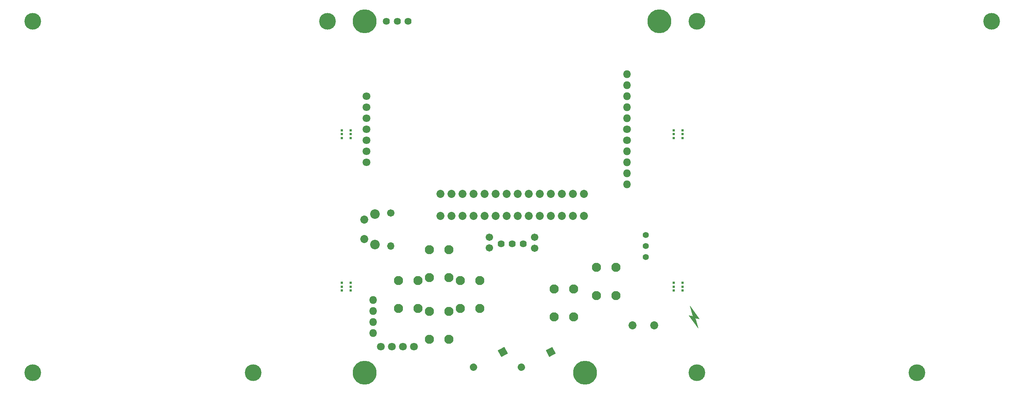
<source format=gbr>
G04 #@! TF.GenerationSoftware,KiCad,Pcbnew,(5.1.9-0-10_14)*
G04 #@! TF.CreationDate,2021-03-07T20:02:12-08:00*
G04 #@! TF.ProjectId,system,73797374-656d-42e6-9b69-6361645f7063,1.0-dev4*
G04 #@! TF.SameCoordinates,Original*
G04 #@! TF.FileFunction,Soldermask,Bot*
G04 #@! TF.FilePolarity,Negative*
%FSLAX46Y46*%
G04 Gerber Fmt 4.6, Leading zero omitted, Abs format (unit mm)*
G04 Created by KiCad (PCBNEW (5.1.9-0-10_14)) date 2021-03-07 20:02:12*
%MOMM*%
%LPD*%
G01*
G04 APERTURE LIST*
%ADD10C,0.100000*%
%ADD11O,1.801600X1.801600*%
%ADD12C,1.801600*%
%ADD13C,1.851600*%
%ADD14C,2.101600*%
%ADD15C,3.851600*%
%ADD16C,1.401600*%
%ADD17C,0.609600*%
%ADD18C,5.501599*%
%ADD19C,5.501600*%
%ADD20C,1.701600*%
%ADD21O,1.701600X1.701600*%
%ADD22C,1.625600*%
%ADD23C,2.201600*%
%ADD24C,1.621600*%
G04 APERTURE END LIST*
D10*
G36*
X182753000Y-138684000D02*
G01*
X181356000Y-138430000D01*
X180594000Y-135763000D01*
X182753000Y-138684000D01*
G37*
X182753000Y-138684000D02*
X181356000Y-138430000D01*
X180594000Y-135763000D01*
X182753000Y-138684000D01*
G36*
X181737000Y-138176000D02*
G01*
X182499000Y-140843000D01*
X180340000Y-137922000D01*
X181737000Y-138176000D01*
G37*
X181737000Y-138176000D02*
X182499000Y-140843000D01*
X180340000Y-137922000D01*
X181737000Y-138176000D01*
G36*
X182753000Y-138684000D02*
G01*
X181356000Y-138430000D01*
X180594000Y-135763000D01*
X182753000Y-138684000D01*
G37*
X182753000Y-138684000D02*
X181356000Y-138430000D01*
X180594000Y-135763000D01*
X182753000Y-138684000D01*
G36*
X181737000Y-138176000D02*
G01*
X182499000Y-140843000D01*
X180340000Y-137922000D01*
X181737000Y-138176000D01*
G37*
X181737000Y-138176000D02*
X182499000Y-140843000D01*
X180340000Y-137922000D01*
X181737000Y-138176000D01*
D11*
X107696000Y-136906000D03*
X107696000Y-134366000D03*
X107696000Y-139446000D03*
X107696000Y-141986000D03*
X166116000Y-84836000D03*
X166116000Y-100076000D03*
X166116000Y-107696000D03*
X166116000Y-102616000D03*
X166116000Y-105156000D03*
X166116000Y-82296000D03*
D12*
X166116000Y-97536000D03*
D11*
X166116000Y-87376000D03*
X166116000Y-89916000D03*
X166116000Y-92456000D03*
D12*
X166116000Y-94996000D03*
D13*
X156210000Y-109920000D03*
X153670000Y-109920000D03*
X151130000Y-109920000D03*
X148590000Y-109920000D03*
X146050000Y-109920000D03*
X143510000Y-109920000D03*
X140970000Y-109920000D03*
X138430000Y-109920000D03*
X135890000Y-109920000D03*
X133350000Y-109920000D03*
X130810000Y-109920000D03*
X128270000Y-109920000D03*
X125730000Y-109920000D03*
X123190000Y-109920000D03*
X123190000Y-115000000D03*
X125730000Y-115000000D03*
X128270000Y-115000000D03*
X130810000Y-115000000D03*
X133350000Y-115000000D03*
X135890000Y-115000000D03*
X156210000Y-115000000D03*
X153670000Y-115000000D03*
X151130000Y-115000000D03*
X148590000Y-115000000D03*
X146050000Y-115000000D03*
X143510000Y-115000000D03*
X138430000Y-115000000D03*
X140970000Y-115000000D03*
D12*
X106200000Y-102616000D03*
X106200000Y-100076000D03*
X106200000Y-97536000D03*
X106200000Y-94996000D03*
X106200000Y-92456000D03*
X106200000Y-89916000D03*
X106200000Y-87376000D03*
D14*
X153852000Y-138303000D03*
X149352000Y-138303000D03*
X153852000Y-131803000D03*
X149352000Y-131803000D03*
X163631000Y-133350000D03*
X159131000Y-133350000D03*
X163631000Y-126850000D03*
X159131000Y-126850000D03*
X125186000Y-129234000D03*
X120686000Y-129234000D03*
X125186000Y-122734000D03*
X120686000Y-122734000D03*
X120686000Y-136958000D03*
X125186000Y-136958000D03*
X120686000Y-143458000D03*
X125186000Y-143458000D03*
X118074000Y-136346000D03*
X113574000Y-136346000D03*
X118074000Y-129846000D03*
X113574000Y-129846000D03*
X127798000Y-129846000D03*
X132298000Y-129846000D03*
X127798000Y-136346000D03*
X132298000Y-136346000D03*
D15*
X249999500Y-70104000D03*
X232854500Y-151130000D03*
X182181500Y-70104000D03*
X182181500Y-151130000D03*
D16*
X170434000Y-121920000D03*
X170434000Y-124460000D03*
X170434000Y-119380000D03*
D15*
X97218500Y-70104000D03*
X80073500Y-151130000D03*
X29400500Y-70104000D03*
X29400500Y-151130000D03*
D17*
X178911000Y-131318000D03*
X178911000Y-130429000D03*
X178911000Y-132207000D03*
X176879000Y-130429000D03*
X176879000Y-131318000D03*
X176879000Y-132207000D03*
X176879000Y-97028000D03*
X176879000Y-96139000D03*
X176879000Y-95250000D03*
X178911000Y-97028000D03*
X178911000Y-95250000D03*
X178911000Y-96139000D03*
X100489000Y-96139000D03*
X100489000Y-97028000D03*
X100489000Y-95250000D03*
X102521000Y-97028000D03*
X102521000Y-96139000D03*
X102521000Y-95250000D03*
X102521000Y-130429000D03*
X102521000Y-131318000D03*
X102521000Y-132207000D03*
X100489000Y-130429000D03*
X100489000Y-132207000D03*
X100489000Y-131318000D03*
D18*
X105791000Y-151130000D03*
X105791000Y-70104000D03*
X156464000Y-151130000D03*
D19*
X173609000Y-70104000D03*
D13*
X172426000Y-140208000D03*
X167426000Y-140208000D03*
D20*
X134493000Y-119888000D03*
X134493000Y-122388000D03*
X144907000Y-119928000D03*
X144907000Y-122428000D03*
G36*
G01*
X142585646Y-149467144D02*
X142585646Y-149467144D01*
G75*
G02*
X142223833Y-150614669I-754669J-392856D01*
G01*
X142223833Y-150614669D01*
G75*
G02*
X141076308Y-150252856I-392856J754669D01*
G01*
X141076308Y-150252856D01*
G75*
G02*
X141438121Y-149105331I754669J392856D01*
G01*
X141438121Y-149105331D01*
G75*
G02*
X142585646Y-149467144I392856J-754669D01*
G01*
G37*
G36*
G01*
X148975270Y-145239011D02*
X149714068Y-146658229D01*
G75*
G02*
X149692465Y-146726746I-45060J-23457D01*
G01*
X148273247Y-147465544D01*
G75*
G02*
X148204730Y-147443941I-23457J45060D01*
G01*
X147465932Y-146024723D01*
G75*
G02*
X147487535Y-145956206I45060J23457D01*
G01*
X148906753Y-145217408D01*
G75*
G02*
X148975270Y-145239011I23457J-45060D01*
G01*
G37*
G36*
G01*
X137954293Y-145239011D02*
X138693091Y-146658229D01*
G75*
G02*
X138671488Y-146726746I-45060J-23457D01*
G01*
X137252270Y-147465544D01*
G75*
G02*
X137183753Y-147443941I-23457J45060D01*
G01*
X136444955Y-146024723D01*
G75*
G02*
X136466558Y-145956206I45060J23457D01*
G01*
X137885776Y-145217408D01*
G75*
G02*
X137954293Y-145239011I23457J-45060D01*
G01*
G37*
G36*
G01*
X131564669Y-149467144D02*
X131564669Y-149467144D01*
G75*
G02*
X131202856Y-150614669I-754669J-392856D01*
G01*
X131202856Y-150614669D01*
G75*
G02*
X130055331Y-150252856I-392856J754669D01*
G01*
X130055331Y-150252856D01*
G75*
G02*
X130417144Y-149105331I754669J392856D01*
G01*
X130417144Y-149105331D01*
G75*
G02*
X131564669Y-149467144I392856J-754669D01*
G01*
G37*
X111760000Y-114300000D03*
D21*
X111760000Y-121920000D03*
D22*
X110794800Y-70104000D03*
X113284000Y-70104000D03*
X115773200Y-70104000D03*
D23*
X108154000Y-121584000D03*
D13*
X105664000Y-120324000D03*
X105664000Y-115824000D03*
D23*
X108154000Y-114574000D03*
D12*
X114554000Y-145161000D03*
X112014000Y-145161000D03*
X117094000Y-145161000D03*
X109474000Y-145161000D03*
D24*
X137160000Y-121412000D03*
X142240000Y-121412000D03*
X139700000Y-121412000D03*
M02*

</source>
